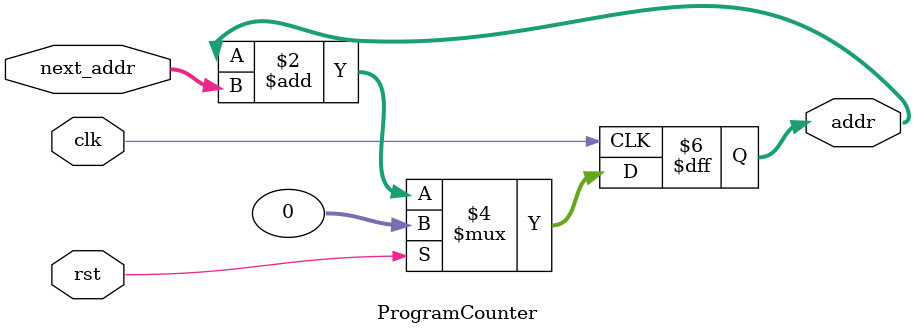
<source format=v>

`timescale 1ns/1ns

module ProgramCounter(clk, rst, next_addr, addr);
    parameter memorySize = 16;
	input clk, rst;
	input [31:0] next_addr;
	output reg [31:0] addr;
	
	always @ (posedge clk) begin
		if (rst)
			addr <= 32'b0;
		else
			addr <= addr + next_addr;
	end
endmodule

</source>
